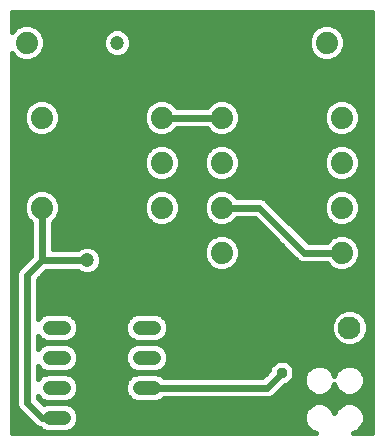
<source format=gbl>
G75*
G70*
%OFA0B0*%
%FSLAX24Y24*%
%IPPOS*%
%LPD*%
%AMOC8*
5,1,8,0,0,1.08239X$1,22.5*
%
%ADD10R,0.0472X0.0472*%
%ADD11C,0.0472*%
%ADD12C,0.0740*%
%ADD13C,0.0480*%
%ADD14C,0.0760*%
%ADD15C,0.0160*%
%ADD16C,0.2540*%
%ADD17R,0.0760X0.0760*%
%ADD18C,0.0240*%
%ADD19OC8,0.0356*%
D10*
X003922Y006346D03*
X004922Y013596D03*
D11*
X003938Y013596D03*
X002938Y006346D03*
D12*
X001430Y008096D03*
X001430Y009596D03*
X001430Y011096D03*
X001930Y013596D03*
X000930Y013596D03*
X005430Y011096D03*
X005430Y009596D03*
X005430Y008096D03*
X007430Y008096D03*
X007430Y006596D03*
X007430Y009596D03*
X007430Y011096D03*
X010930Y013596D03*
X011930Y013596D03*
X011430Y011096D03*
X011430Y009596D03*
X011430Y008096D03*
X011430Y006596D03*
D13*
X005170Y004096D02*
X004690Y004096D01*
X004690Y003096D02*
X005170Y003096D01*
X005170Y002096D02*
X004690Y002096D01*
X004690Y001096D02*
X005170Y001096D01*
X002170Y001096D02*
X001690Y001096D01*
X001690Y002096D02*
X002170Y002096D01*
X002170Y003096D02*
X001690Y003096D01*
X001690Y004096D02*
X002170Y004096D01*
D14*
X011680Y004096D03*
D15*
X000420Y000586D02*
X000420Y013244D01*
X000584Y013079D01*
X000809Y012986D01*
X001051Y012986D01*
X001276Y013079D01*
X001447Y013251D01*
X001540Y013475D01*
X001540Y013718D01*
X001447Y013942D01*
X001276Y014113D01*
X001051Y014206D01*
X000809Y014206D01*
X000584Y014113D01*
X000420Y013949D01*
X000420Y014606D01*
X012440Y014606D01*
X012440Y000586D01*
X011796Y000586D01*
X011972Y000659D01*
X012117Y000804D01*
X012196Y000994D01*
X012196Y001199D01*
X012117Y001388D01*
X011972Y001533D01*
X011783Y001612D01*
X011577Y001612D01*
X011388Y001533D01*
X011243Y001388D01*
X011180Y001237D01*
X011117Y001388D01*
X010972Y001533D01*
X010783Y001612D01*
X010577Y001612D01*
X010388Y001533D01*
X010243Y001388D01*
X010164Y001199D01*
X010164Y000994D01*
X010243Y000804D01*
X010388Y000659D01*
X010564Y000586D01*
X000420Y000586D01*
X000420Y000663D02*
X001481Y000663D01*
X001418Y000689D02*
X001371Y000736D01*
X001358Y000736D01*
X001226Y000791D01*
X000726Y001291D01*
X000625Y001392D01*
X000570Y001525D01*
X000570Y005918D01*
X000625Y006050D01*
X000726Y006152D01*
X001070Y006495D01*
X001070Y007594D01*
X000913Y007751D01*
X000820Y007975D01*
X000820Y008218D01*
X000913Y008442D01*
X001084Y008613D01*
X001309Y008706D01*
X001551Y008706D01*
X001776Y008613D01*
X001947Y008442D01*
X002040Y008218D01*
X002040Y007975D01*
X001947Y007751D01*
X001790Y007594D01*
X001790Y006706D01*
X002624Y006706D01*
X002668Y006750D01*
X002843Y006823D01*
X003033Y006823D01*
X003208Y006750D01*
X003342Y006616D01*
X003414Y006441D01*
X003414Y006252D01*
X003342Y006077D01*
X003208Y005943D01*
X003033Y005870D01*
X002843Y005870D01*
X002668Y005943D01*
X002624Y005986D01*
X001579Y005986D01*
X001290Y005697D01*
X001290Y004375D01*
X001418Y004503D01*
X001595Y004576D01*
X002265Y004576D01*
X002442Y004503D01*
X002577Y004368D01*
X002650Y004192D01*
X002650Y004001D01*
X002577Y003824D01*
X002442Y003689D01*
X002265Y003616D01*
X001595Y003616D01*
X001418Y003689D01*
X001290Y003818D01*
X001290Y003375D01*
X001418Y003503D01*
X001595Y003576D01*
X002265Y003576D01*
X002442Y003503D01*
X002577Y003368D01*
X002650Y003192D01*
X002650Y003001D01*
X002577Y002824D01*
X002442Y002689D01*
X002265Y002616D01*
X001595Y002616D01*
X001418Y002689D01*
X001290Y002818D01*
X001290Y002375D01*
X001418Y002503D01*
X001595Y002576D01*
X002265Y002576D01*
X002442Y002503D01*
X002577Y002368D01*
X002650Y002192D01*
X002650Y002001D01*
X002577Y001824D01*
X002442Y001689D01*
X002265Y001616D01*
X001595Y001616D01*
X001418Y001689D01*
X001290Y001818D01*
X001290Y001745D01*
X001499Y001537D01*
X001595Y001576D01*
X002265Y001576D01*
X002442Y001503D01*
X002577Y001368D01*
X002650Y001192D01*
X002650Y001001D01*
X002577Y000824D01*
X002442Y000689D01*
X002265Y000616D01*
X001595Y000616D01*
X001418Y000689D01*
X001195Y000822D02*
X000420Y000822D01*
X000420Y000980D02*
X001037Y000980D01*
X000878Y001139D02*
X000420Y001139D01*
X000420Y001297D02*
X000720Y001297D01*
X000599Y001456D02*
X000420Y001456D01*
X000420Y001614D02*
X000570Y001614D01*
X000570Y001773D02*
X000420Y001773D01*
X000420Y001931D02*
X000570Y001931D01*
X000570Y002090D02*
X000420Y002090D01*
X000420Y002248D02*
X000570Y002248D01*
X000570Y002407D02*
X000420Y002407D01*
X000420Y002565D02*
X000570Y002565D01*
X000570Y002724D02*
X000420Y002724D01*
X000420Y002882D02*
X000570Y002882D01*
X000570Y003041D02*
X000420Y003041D01*
X000420Y003199D02*
X000570Y003199D01*
X000570Y003358D02*
X000420Y003358D01*
X000420Y003516D02*
X000570Y003516D01*
X000570Y003675D02*
X000420Y003675D01*
X000420Y003833D02*
X000570Y003833D01*
X000570Y003992D02*
X000420Y003992D01*
X000420Y004150D02*
X000570Y004150D01*
X000570Y004309D02*
X000420Y004309D01*
X000420Y004467D02*
X000570Y004467D01*
X000570Y004626D02*
X000420Y004626D01*
X000420Y004784D02*
X000570Y004784D01*
X000570Y004943D02*
X000420Y004943D01*
X000420Y005101D02*
X000570Y005101D01*
X000570Y005260D02*
X000420Y005260D01*
X000420Y005418D02*
X000570Y005418D01*
X000570Y005577D02*
X000420Y005577D01*
X000420Y005735D02*
X000570Y005735D01*
X000570Y005894D02*
X000420Y005894D01*
X000420Y006052D02*
X000627Y006052D01*
X000726Y006152D02*
X000726Y006152D01*
X000785Y006211D02*
X000420Y006211D01*
X000420Y006369D02*
X000944Y006369D01*
X001070Y006528D02*
X000420Y006528D01*
X000420Y006686D02*
X001070Y006686D01*
X001070Y006845D02*
X000420Y006845D01*
X000420Y007003D02*
X001070Y007003D01*
X001070Y007162D02*
X000420Y007162D01*
X000420Y007320D02*
X001070Y007320D01*
X001070Y007479D02*
X000420Y007479D01*
X000420Y007637D02*
X001026Y007637D01*
X000894Y007796D02*
X000420Y007796D01*
X000420Y007954D02*
X000829Y007954D01*
X000820Y008113D02*
X000420Y008113D01*
X000420Y008271D02*
X000842Y008271D01*
X000908Y008430D02*
X000420Y008430D01*
X000420Y008588D02*
X001059Y008588D01*
X000420Y008747D02*
X012440Y008747D01*
X012440Y008905D02*
X000420Y008905D01*
X000420Y009064D02*
X005122Y009064D01*
X005084Y009079D02*
X004913Y009251D01*
X004820Y009475D01*
X004820Y009718D01*
X004913Y009942D01*
X005084Y010113D01*
X005309Y010206D01*
X005551Y010206D01*
X005776Y010113D01*
X005947Y009942D01*
X006040Y009718D01*
X006040Y009475D01*
X005947Y009251D01*
X005776Y009079D01*
X005551Y008986D01*
X005309Y008986D01*
X005084Y009079D01*
X004941Y009222D02*
X000420Y009222D01*
X000420Y009381D02*
X004859Y009381D01*
X004820Y009539D02*
X000420Y009539D01*
X000420Y009698D02*
X004820Y009698D01*
X004877Y009856D02*
X000420Y009856D01*
X000420Y010015D02*
X004986Y010015D01*
X005229Y010173D02*
X000420Y010173D01*
X000420Y010332D02*
X012440Y010332D01*
X012440Y010490D02*
X011561Y010490D01*
X011551Y010486D02*
X011309Y010486D01*
X011084Y010579D01*
X010913Y010751D01*
X010820Y010975D01*
X010820Y011218D01*
X010913Y011442D01*
X011084Y011613D01*
X011309Y011706D01*
X011551Y011706D01*
X011776Y011613D01*
X011947Y011442D01*
X012040Y011218D01*
X012040Y010975D01*
X011947Y010751D01*
X011776Y010579D01*
X011551Y010486D01*
X011299Y010490D02*
X007561Y010490D01*
X007551Y010486D02*
X007309Y010486D01*
X007084Y010579D01*
X006927Y010736D01*
X005933Y010736D01*
X005776Y010579D01*
X005551Y010486D01*
X005309Y010486D01*
X005084Y010579D01*
X004913Y010751D01*
X004820Y010975D01*
X004820Y011218D01*
X004913Y011442D01*
X005084Y011613D01*
X005309Y011706D01*
X005551Y011706D01*
X005776Y011613D01*
X005933Y011456D01*
X006927Y011456D01*
X007084Y011613D01*
X007309Y011706D01*
X007551Y011706D01*
X007776Y011613D01*
X007947Y011442D01*
X008040Y011218D01*
X008040Y010975D01*
X007947Y010751D01*
X007776Y010579D01*
X007551Y010486D01*
X007299Y010490D02*
X005561Y010490D01*
X005299Y010490D02*
X001561Y010490D01*
X001551Y010486D02*
X001309Y010486D01*
X001084Y010579D01*
X000913Y010751D01*
X000820Y010975D01*
X000820Y011218D01*
X000913Y011442D01*
X001084Y011613D01*
X001309Y011706D01*
X001551Y011706D01*
X001776Y011613D01*
X001947Y011442D01*
X002040Y011218D01*
X002040Y010975D01*
X001947Y010751D01*
X001776Y010579D01*
X001551Y010486D01*
X001299Y010490D02*
X000420Y010490D01*
X000420Y010649D02*
X001015Y010649D01*
X000889Y010807D02*
X000420Y010807D01*
X000420Y010966D02*
X000824Y010966D01*
X000820Y011124D02*
X000420Y011124D01*
X000420Y011283D02*
X000847Y011283D01*
X000913Y011441D02*
X000420Y011441D01*
X000420Y011600D02*
X001071Y011600D01*
X000420Y011758D02*
X012440Y011758D01*
X012440Y011600D02*
X011789Y011600D01*
X011947Y011441D02*
X012440Y011441D01*
X012440Y011283D02*
X012013Y011283D01*
X012040Y011124D02*
X012440Y011124D01*
X012440Y010966D02*
X012036Y010966D01*
X011971Y010807D02*
X012440Y010807D01*
X012440Y010649D02*
X011845Y010649D01*
X011631Y010173D02*
X012440Y010173D01*
X012440Y010015D02*
X011874Y010015D01*
X011947Y009942D02*
X012040Y009718D01*
X012040Y009475D01*
X011947Y009251D01*
X011776Y009079D01*
X011551Y008986D01*
X011309Y008986D01*
X011084Y009079D01*
X010913Y009251D01*
X010820Y009475D01*
X010820Y009718D01*
X010913Y009942D01*
X011084Y010113D01*
X011309Y010206D01*
X011551Y010206D01*
X011776Y010113D01*
X011947Y009942D01*
X011983Y009856D02*
X012440Y009856D01*
X012440Y009698D02*
X012040Y009698D01*
X012040Y009539D02*
X012440Y009539D01*
X012440Y009381D02*
X012001Y009381D01*
X011919Y009222D02*
X012440Y009222D01*
X012440Y009064D02*
X011738Y009064D01*
X011551Y008706D02*
X011776Y008613D01*
X011947Y008442D01*
X012040Y008218D01*
X012040Y007975D01*
X011947Y007751D01*
X011776Y007579D01*
X011551Y007486D01*
X011309Y007486D01*
X011084Y007579D01*
X010913Y007751D01*
X010820Y007975D01*
X010820Y008218D01*
X010913Y008442D01*
X011084Y008613D01*
X011309Y008706D01*
X011551Y008706D01*
X011801Y008588D02*
X012440Y008588D01*
X012440Y008430D02*
X011952Y008430D01*
X012018Y008271D02*
X012440Y008271D01*
X012440Y008113D02*
X012040Y008113D01*
X012031Y007954D02*
X012440Y007954D01*
X012440Y007796D02*
X011966Y007796D01*
X011834Y007637D02*
X012440Y007637D01*
X012440Y007479D02*
X009807Y007479D01*
X009965Y007320D02*
X012440Y007320D01*
X012440Y007162D02*
X011659Y007162D01*
X011551Y007206D02*
X011776Y007113D01*
X011947Y006942D01*
X012040Y006718D01*
X012040Y006475D01*
X011947Y006251D01*
X011776Y006079D01*
X011551Y005986D01*
X011309Y005986D01*
X011084Y006079D01*
X010927Y006236D01*
X010108Y006236D01*
X009976Y006291D01*
X008531Y007736D01*
X007933Y007736D01*
X007776Y007579D01*
X007551Y007486D01*
X007309Y007486D01*
X007084Y007579D01*
X006913Y007751D01*
X006820Y007975D01*
X006820Y008218D01*
X006913Y008442D01*
X007084Y008613D01*
X007309Y008706D01*
X007551Y008706D01*
X007776Y008613D01*
X007933Y008456D01*
X008752Y008456D01*
X008884Y008402D01*
X008985Y008300D01*
X010329Y006956D01*
X010927Y006956D01*
X011084Y007113D01*
X011309Y007206D01*
X011551Y007206D01*
X011201Y007162D02*
X010124Y007162D01*
X010282Y007003D02*
X010974Y007003D01*
X011026Y007637D02*
X009648Y007637D01*
X009490Y007796D02*
X010894Y007796D01*
X010829Y007954D02*
X009331Y007954D01*
X009173Y008113D02*
X010820Y008113D01*
X010842Y008271D02*
X009014Y008271D01*
X008816Y008430D02*
X010908Y008430D01*
X011059Y008588D02*
X007801Y008588D01*
X007551Y008986D02*
X007309Y008986D01*
X007084Y009079D01*
X006913Y009251D01*
X006820Y009475D01*
X006820Y009718D01*
X006913Y009942D01*
X007084Y010113D01*
X007309Y010206D01*
X007551Y010206D01*
X007776Y010113D01*
X007947Y009942D01*
X008040Y009718D01*
X008040Y009475D01*
X007947Y009251D01*
X007776Y009079D01*
X007551Y008986D01*
X007738Y009064D02*
X011122Y009064D01*
X010941Y009222D02*
X007919Y009222D01*
X008001Y009381D02*
X010859Y009381D01*
X010820Y009539D02*
X008040Y009539D01*
X008040Y009698D02*
X010820Y009698D01*
X010877Y009856D02*
X007983Y009856D01*
X007874Y010015D02*
X010986Y010015D01*
X011229Y010173D02*
X007631Y010173D01*
X007229Y010173D02*
X005631Y010173D01*
X005874Y010015D02*
X006986Y010015D01*
X006877Y009856D02*
X005983Y009856D01*
X006040Y009698D02*
X006820Y009698D01*
X006820Y009539D02*
X006040Y009539D01*
X006001Y009381D02*
X006859Y009381D01*
X006941Y009222D02*
X005919Y009222D01*
X005738Y009064D02*
X007122Y009064D01*
X007059Y008588D02*
X005801Y008588D01*
X005776Y008613D02*
X005947Y008442D01*
X006040Y008218D01*
X006040Y007975D01*
X005947Y007751D01*
X005776Y007579D01*
X005551Y007486D01*
X005309Y007486D01*
X005084Y007579D01*
X004913Y007751D01*
X004820Y007975D01*
X004820Y008218D01*
X004913Y008442D01*
X005084Y008613D01*
X005309Y008706D01*
X005551Y008706D01*
X005776Y008613D01*
X005952Y008430D02*
X006908Y008430D01*
X006842Y008271D02*
X006018Y008271D01*
X006040Y008113D02*
X006820Y008113D01*
X006829Y007954D02*
X006031Y007954D01*
X005966Y007796D02*
X006894Y007796D01*
X007026Y007637D02*
X005834Y007637D01*
X005026Y007637D02*
X001834Y007637D01*
X001790Y007479D02*
X008788Y007479D01*
X008630Y007637D02*
X007834Y007637D01*
X007659Y007162D02*
X009105Y007162D01*
X008947Y007320D02*
X001790Y007320D01*
X001790Y007162D02*
X007201Y007162D01*
X007309Y007206D02*
X007084Y007113D01*
X006913Y006942D01*
X006820Y006718D01*
X006820Y006475D01*
X006913Y006251D01*
X007084Y006079D01*
X007309Y005986D01*
X007551Y005986D01*
X007776Y006079D01*
X007947Y006251D01*
X008040Y006475D01*
X008040Y006718D01*
X007947Y006942D01*
X007776Y007113D01*
X007551Y007206D01*
X007309Y007206D01*
X006974Y007003D02*
X001790Y007003D01*
X001790Y006845D02*
X006873Y006845D01*
X006820Y006686D02*
X003271Y006686D01*
X003378Y006528D02*
X006820Y006528D01*
X006864Y006369D02*
X003414Y006369D01*
X003397Y006211D02*
X006953Y006211D01*
X007149Y006052D02*
X003317Y006052D01*
X003090Y005894D02*
X012440Y005894D01*
X012440Y006052D02*
X011711Y006052D01*
X011907Y006211D02*
X012440Y006211D01*
X012440Y006369D02*
X011996Y006369D01*
X012040Y006528D02*
X012440Y006528D01*
X012440Y006686D02*
X012040Y006686D01*
X011987Y006845D02*
X012440Y006845D01*
X012440Y007003D02*
X011886Y007003D01*
X011149Y006052D02*
X007711Y006052D01*
X007907Y006211D02*
X010953Y006211D01*
X009898Y006369D02*
X007996Y006369D01*
X008040Y006528D02*
X009739Y006528D01*
X009581Y006686D02*
X008040Y006686D01*
X007987Y006845D02*
X009422Y006845D01*
X009264Y007003D02*
X007886Y007003D01*
X005442Y004503D02*
X005577Y004368D01*
X005650Y004192D01*
X005650Y004001D01*
X005577Y003824D01*
X005442Y003689D01*
X005265Y003616D01*
X004595Y003616D01*
X004418Y003689D01*
X004283Y003824D01*
X004210Y004001D01*
X004210Y004192D01*
X004283Y004368D01*
X004418Y004503D01*
X004595Y004576D01*
X005265Y004576D01*
X005442Y004503D01*
X005478Y004467D02*
X011174Y004467D01*
X011154Y004448D02*
X011329Y004622D01*
X011557Y004716D01*
X011803Y004716D01*
X012031Y004622D01*
X012206Y004448D01*
X012300Y004220D01*
X012300Y003973D01*
X012206Y003745D01*
X012031Y003571D01*
X011803Y003476D01*
X011557Y003476D01*
X011329Y003571D01*
X011154Y003745D01*
X011060Y003973D01*
X011060Y004220D01*
X011154Y004448D01*
X011097Y004309D02*
X005602Y004309D01*
X005650Y004150D02*
X011060Y004150D01*
X011060Y003992D02*
X005646Y003992D01*
X005581Y003833D02*
X011118Y003833D01*
X011225Y003675D02*
X005407Y003675D01*
X005410Y003516D02*
X011460Y003516D01*
X011900Y003516D02*
X012440Y003516D01*
X012440Y003358D02*
X005581Y003358D01*
X005577Y003368D02*
X005650Y003192D01*
X005650Y003001D01*
X005577Y002824D01*
X005442Y002689D01*
X005265Y002616D01*
X004595Y002616D01*
X004418Y002689D01*
X004283Y002824D01*
X004210Y003001D01*
X004210Y003192D01*
X004283Y003368D01*
X004418Y003503D01*
X004595Y003576D01*
X005265Y003576D01*
X005442Y003503D01*
X005577Y003368D01*
X005647Y003199D02*
X012440Y003199D01*
X012440Y003041D02*
X005650Y003041D01*
X005601Y002882D02*
X009125Y002882D01*
X009012Y002770D02*
X009257Y003014D01*
X009603Y003014D01*
X009848Y002770D01*
X009848Y002423D01*
X009603Y002178D01*
X009521Y002178D01*
X009134Y001791D01*
X009002Y001736D01*
X005489Y001736D01*
X005442Y001689D01*
X005265Y001616D01*
X004595Y001616D01*
X004418Y001689D01*
X004283Y001824D01*
X004210Y002001D01*
X004210Y002192D01*
X004283Y002368D01*
X004418Y002503D01*
X004595Y002576D01*
X005265Y002576D01*
X005442Y002503D01*
X005489Y002456D01*
X008781Y002456D01*
X009012Y002687D01*
X009012Y002770D01*
X009012Y002724D02*
X005476Y002724D01*
X005292Y002565D02*
X008890Y002565D01*
X009433Y002090D02*
X010228Y002090D01*
X010243Y002054D02*
X010164Y002244D01*
X010164Y002449D01*
X010243Y002638D01*
X010388Y002783D01*
X010577Y002862D01*
X010783Y002862D01*
X010972Y002783D01*
X011117Y002638D01*
X011180Y002487D01*
X011243Y002638D01*
X011388Y002783D01*
X011577Y002862D01*
X011783Y002862D01*
X011972Y002783D01*
X012117Y002638D01*
X012196Y002449D01*
X012196Y002244D01*
X012117Y002054D01*
X011972Y001909D01*
X011783Y001831D01*
X011577Y001831D01*
X011388Y001909D01*
X011243Y002054D01*
X011180Y002206D01*
X011117Y002054D01*
X010972Y001909D01*
X010783Y001831D01*
X010577Y001831D01*
X010388Y001909D01*
X010243Y002054D01*
X010366Y001931D02*
X009274Y001931D01*
X009090Y001773D02*
X012440Y001773D01*
X012440Y001931D02*
X011994Y001931D01*
X012132Y002090D02*
X012440Y002090D01*
X012440Y002248D02*
X012196Y002248D01*
X012196Y002407D02*
X012440Y002407D01*
X012440Y002565D02*
X012147Y002565D01*
X012032Y002724D02*
X012440Y002724D01*
X012440Y002882D02*
X009735Y002882D01*
X009848Y002724D02*
X010328Y002724D01*
X010213Y002565D02*
X009848Y002565D01*
X009832Y002407D02*
X010164Y002407D01*
X010164Y002248D02*
X009673Y002248D01*
X010310Y001456D02*
X002489Y001456D01*
X002606Y001297D02*
X010205Y001297D01*
X010164Y001139D02*
X002650Y001139D01*
X002642Y000980D02*
X010170Y000980D01*
X010236Y000822D02*
X002574Y000822D01*
X002379Y000663D02*
X010384Y000663D01*
X011050Y001456D02*
X011310Y001456D01*
X011205Y001297D02*
X011155Y001297D01*
X010994Y001931D02*
X011366Y001931D01*
X011228Y002090D02*
X011132Y002090D01*
X011147Y002565D02*
X011213Y002565D01*
X011328Y002724D02*
X011032Y002724D01*
X012135Y003675D02*
X012440Y003675D01*
X012440Y003833D02*
X012242Y003833D01*
X012300Y003992D02*
X012440Y003992D01*
X012440Y004150D02*
X012300Y004150D01*
X012263Y004309D02*
X012440Y004309D01*
X012440Y004467D02*
X012186Y004467D01*
X012022Y004626D02*
X012440Y004626D01*
X012440Y004784D02*
X001290Y004784D01*
X001290Y004626D02*
X011338Y004626D01*
X012440Y004943D02*
X001290Y004943D01*
X001290Y005101D02*
X012440Y005101D01*
X012440Y005260D02*
X001290Y005260D01*
X001290Y005418D02*
X012440Y005418D01*
X012440Y005577D02*
X001290Y005577D01*
X001328Y005735D02*
X012440Y005735D01*
X012440Y001614D02*
X001421Y001614D01*
X001335Y001773D02*
X001290Y001773D01*
X001322Y002407D02*
X001290Y002407D01*
X001290Y002565D02*
X001568Y002565D01*
X001384Y002724D02*
X001290Y002724D01*
X001290Y003516D02*
X001450Y003516D01*
X001453Y003675D02*
X001290Y003675D01*
X001290Y004467D02*
X001382Y004467D01*
X002407Y003675D02*
X004453Y003675D01*
X004450Y003516D02*
X002410Y003516D01*
X002581Y003358D02*
X004279Y003358D01*
X004213Y003199D02*
X002647Y003199D01*
X002650Y003041D02*
X004210Y003041D01*
X004259Y002882D02*
X002601Y002882D01*
X002476Y002724D02*
X004384Y002724D01*
X004568Y002565D02*
X002292Y002565D01*
X002538Y002407D02*
X004322Y002407D01*
X004233Y002248D02*
X002627Y002248D01*
X002650Y002090D02*
X004210Y002090D01*
X004239Y001931D02*
X002621Y001931D01*
X002525Y001773D02*
X004335Y001773D01*
X004279Y003833D02*
X002581Y003833D01*
X002646Y003992D02*
X004214Y003992D01*
X004210Y004150D02*
X002650Y004150D01*
X002602Y004309D02*
X004258Y004309D01*
X004382Y004467D02*
X002478Y004467D01*
X002786Y005894D02*
X001487Y005894D01*
X001966Y007796D02*
X004894Y007796D01*
X004829Y007954D02*
X002031Y007954D01*
X002040Y008113D02*
X004820Y008113D01*
X004842Y008271D02*
X002018Y008271D01*
X001952Y008430D02*
X004908Y008430D01*
X005059Y008588D02*
X001801Y008588D01*
X001845Y010649D02*
X005015Y010649D01*
X004889Y010807D02*
X001971Y010807D01*
X002036Y010966D02*
X004824Y010966D01*
X004820Y011124D02*
X002040Y011124D01*
X002013Y011283D02*
X004847Y011283D01*
X004913Y011441D02*
X001947Y011441D01*
X001789Y011600D02*
X005071Y011600D01*
X005789Y011600D02*
X007071Y011600D01*
X007789Y011600D02*
X011071Y011600D01*
X010913Y011441D02*
X007947Y011441D01*
X008013Y011283D02*
X010847Y011283D01*
X010820Y011124D02*
X008040Y011124D01*
X008036Y010966D02*
X010824Y010966D01*
X010889Y010807D02*
X007971Y010807D01*
X007845Y010649D02*
X011015Y010649D01*
X012440Y011917D02*
X000420Y011917D01*
X000420Y012075D02*
X012440Y012075D01*
X012440Y012234D02*
X000420Y012234D01*
X000420Y012392D02*
X012440Y012392D01*
X012440Y012551D02*
X000420Y012551D01*
X000420Y012709D02*
X012440Y012709D01*
X012440Y012868D02*
X000420Y012868D01*
X000420Y013026D02*
X000712Y013026D01*
X000479Y013185D02*
X000420Y013185D01*
X001148Y013026D02*
X010712Y013026D01*
X010809Y012986D02*
X010584Y013079D01*
X010413Y013251D01*
X010320Y013475D01*
X010320Y013718D01*
X010413Y013942D01*
X010584Y014113D01*
X010809Y014206D01*
X011051Y014206D01*
X011276Y014113D01*
X011447Y013942D01*
X011540Y013718D01*
X011540Y013475D01*
X011447Y013251D01*
X011276Y013079D01*
X011051Y012986D01*
X010809Y012986D01*
X011148Y013026D02*
X012440Y013026D01*
X012440Y013185D02*
X011381Y013185D01*
X011485Y013343D02*
X012440Y013343D01*
X012440Y013502D02*
X011540Y013502D01*
X011540Y013660D02*
X012440Y013660D01*
X012440Y013819D02*
X011498Y013819D01*
X011412Y013977D02*
X012440Y013977D01*
X012440Y014136D02*
X011221Y014136D01*
X010639Y014136D02*
X001221Y014136D01*
X001412Y013977D02*
X003645Y013977D01*
X003668Y014000D02*
X003843Y014073D01*
X004033Y014073D01*
X004208Y014000D01*
X004342Y013866D01*
X004414Y013691D01*
X004414Y013502D01*
X010320Y013502D01*
X010320Y013660D02*
X004414Y013660D01*
X004414Y013502D02*
X004342Y013327D01*
X004208Y013193D01*
X004033Y013120D01*
X003843Y013120D01*
X003668Y013193D01*
X003534Y013327D01*
X003462Y013502D01*
X001540Y013502D01*
X001540Y013660D02*
X003462Y013660D01*
X003462Y013691D02*
X003462Y013502D01*
X003527Y013343D02*
X001485Y013343D01*
X001381Y013185D02*
X003687Y013185D01*
X004189Y013185D02*
X010479Y013185D01*
X010375Y013343D02*
X004349Y013343D01*
X004361Y013819D02*
X010362Y013819D01*
X010448Y013977D02*
X004230Y013977D01*
X003668Y014000D02*
X003534Y013866D01*
X003462Y013691D01*
X003515Y013819D02*
X001498Y013819D01*
X000639Y014136D02*
X000420Y014136D01*
X000420Y014294D02*
X012440Y014294D01*
X012440Y014453D02*
X000420Y014453D01*
X000448Y013977D02*
X000420Y013977D01*
X005845Y010649D02*
X007015Y010649D01*
X012050Y001456D02*
X012440Y001456D01*
X012440Y001297D02*
X012155Y001297D01*
X012196Y001139D02*
X012440Y001139D01*
X012440Y000980D02*
X012190Y000980D01*
X012124Y000822D02*
X012440Y000822D01*
X012440Y000663D02*
X011976Y000663D01*
D16*
X008180Y013346D03*
D17*
X010680Y004096D03*
D18*
X009430Y002596D02*
X008930Y002096D01*
X004930Y002096D01*
X001930Y001096D02*
X001430Y001096D01*
X000930Y001596D01*
X000930Y005846D01*
X001430Y006346D01*
X001430Y008096D01*
X001430Y006346D02*
X002938Y006346D01*
X005430Y011096D02*
X007430Y011096D01*
X007430Y008096D02*
X008680Y008096D01*
X010180Y006596D01*
X011430Y006596D01*
D19*
X009430Y002596D03*
M02*

</source>
